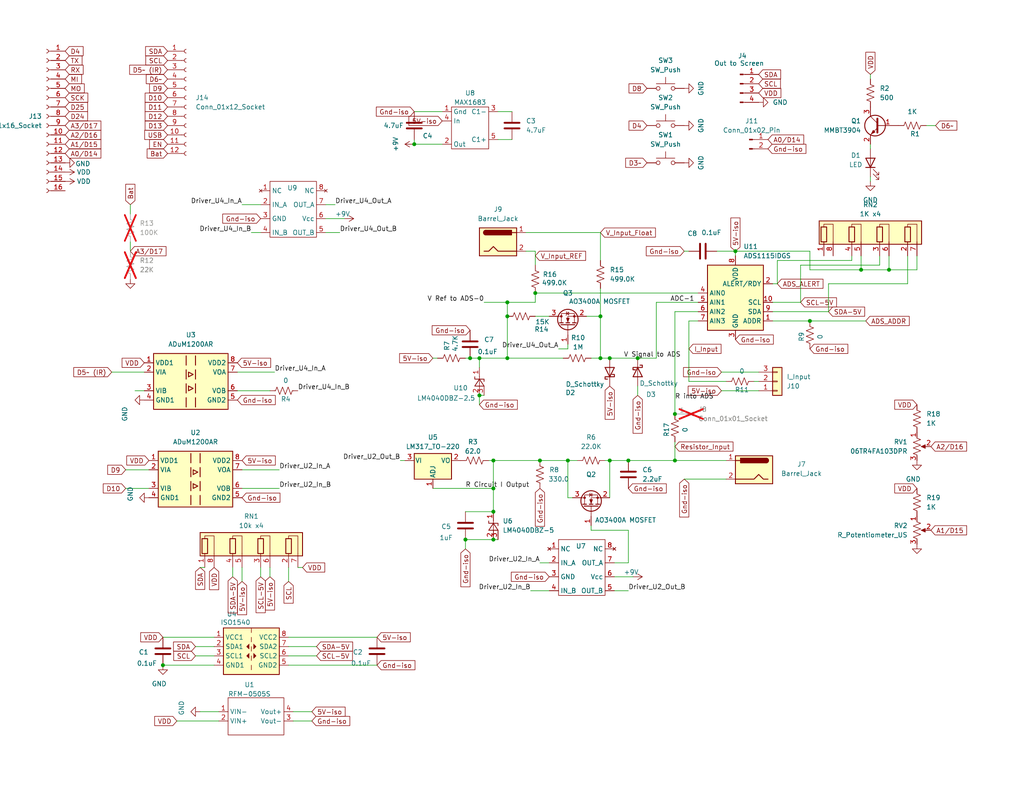
<source format=kicad_sch>
(kicad_sch (version 20250114) (generator "eeschema") (generator_version "9.0")
  (paper "USLetter")
  (title_block (title "Arduino Uno DMM Shield") (date "2025-02-22") (rev "1A") (company "Nick Mann"))
  (junction (at 163.83 97.79))
  (junction (at 127 147.32))
  (junction (at 130.81 107.95))
  (junction (at 173.99 97.79))
  (junction (at 147.32 125.73))
  (junction (at 134.62 139.7))
  (junction (at 130.81 97.79))
  (junction (at 134.62 147.32))
  (junction (at 134.62 133.35))
  (junction (at 220.98 87.63))
  (junction (at 184.15 125.73))
  (junction (at 242.57 73.66))
  (junction (at 234.95 73.66))
  (junction (at 128.27 97.79))
  (junction (at 154.94 125.73))
  (junction (at 138.43 86.36))
  (junction (at 134.62 125.73))
  (junction (at 200.66 68.58))
  (junction (at 44.45 181.61))
  (junction (at 138.43 82.55))
  (junction (at 163.83 86.36))
  (junction (at 166.37 125.73))
  (junction (at 171.45 125.73))
  (junction (at 184.15 113.03))
  (junction (at 166.37 97.79))
  (junction (at 113.03 39.37))
  (junction (at 138.43 97.79))
  (junction (at 146.05 80.01))
  (wire (pts (xy 210.82 85.09) (xy 226.06 85.09)))
  (wire (pts (xy 53.34 179.07) (xy 58.42 179.07)))
  (wire (pts (xy 81.28 154.94) (xy 82.55 154.94)))
  (wire (pts (xy 237.49 48.26) (xy 237.49 49.53)))
  (wire (pts (xy 237.49 20.32) (xy 237.49 21.59)))
  (wire (pts (xy 78.74 181.61) (xy 102.87 181.61)))
  (wire (pts (xy 44.45 181.61) (xy 58.42 181.61)))
  (wire (pts (xy 163.83 63.5) (xy 143.51 63.5)))
  (wire (pts (xy 220.98 68.58) (xy 220.98 73.66)))
  (wire (pts (xy 34.29 133.35) (xy 40.64 133.35)))
  (wire (pts (xy 35.56 55.88) (xy 35.56 58.42)))
  (wire (pts (xy 92.71 63.5) (xy 88.9 63.5)))
  (wire (pts (xy 146.05 68.58) (xy 143.51 68.58)))
  (wire (pts (xy 237.49 40.64) (xy 237.49 39.37)))
  (wire (pts (xy 63.5 157.48) (xy 63.5 154.94)))
  (wire (pts (xy 73.66 154.94) (xy 73.66 157.48)))
  (wire (pts (xy 226.06 77.47) (xy 247.65 77.47)))
  (wire (pts (xy 171.45 125.73) (xy 184.15 125.73)))
  (wire (pts (xy 138.43 86.36) (xy 138.43 97.79)))
  (wire (pts (xy 73.66 106.68) (xy 64.77 106.68)))
  (wire (pts (xy 127 97.79) (xy 128.27 97.79)))
  (wire (pts (xy 130.81 107.95) (xy 132.08 107.95)))
  (wire (pts (xy 161.29 144.78) (xy 161.29 143.51)))
  (wire (pts (xy 198.12 104.14) (xy 187.96 104.14)))
  (wire (pts (xy 113.03 30.48) (xy 120.65 30.48)))
  (wire (pts (xy 212.09 77.47) (xy 210.82 77.47)))
  (wire (pts (xy 118.11 133.35) (xy 134.62 133.35)))
  (wire (pts (xy 163.83 97.79) (xy 166.37 97.79)))
  (wire (pts (xy 240.03 69.85) (xy 240.03 72.39)))
  (wire (pts (xy 130.81 110.49) (xy 130.81 107.95)))
  (wire (pts (xy 161.29 97.79) (xy 163.83 97.79)))
  (wire (pts (xy 173.99 97.79) (xy 179.07 97.79)))
  (wire (pts (xy 68.58 63.5) (xy 71.12 63.5)))
  (wire (pts (xy 78.74 179.07) (xy 86.36 179.07)))
  (wire (pts (xy 54.61 194.31) (xy 59.69 194.31)))
  (wire (pts (xy 36.83 106.68) (xy 39.37 106.68)))
  (wire (pts (xy 247.65 69.85) (xy 247.65 77.47)))
  (wire (pts (xy 242.57 73.66) (xy 242.57 69.85)))
  (wire (pts (xy 30.48 101.6) (xy 39.37 101.6)))
  (wire (pts (xy 187.96 87.63) (xy 187.96 104.14)))
  (wire (pts (xy 184.15 85.09) (xy 190.5 85.09)))
  (wire (pts (xy 163.83 86.36) (xy 163.83 97.79)))
  (wire (pts (xy 134.62 133.35) (xy 134.62 139.7)))
  (wire (pts (xy 132.08 82.55) (xy 138.43 82.55)))
  (wire (pts (xy 80.01 194.31) (xy 85.09 194.31)))
  (wire (pts (xy 200.66 68.58) (xy 200.66 69.85)))
  (wire (pts (xy 138.43 97.79) (xy 153.67 97.79)))
  (wire (pts (xy 130.81 100.33) (xy 130.81 97.79)))
  (wire (pts (xy 113.03 38.1) (xy 113.03 39.37)))
  (wire (pts (xy 138.43 82.55) (xy 138.43 86.36)))
  (wire (pts (xy 184.15 120.65) (xy 184.15 125.73)))
  (wire (pts (xy 144.78 161.29) (xy 149.86 161.29)))
  (wire (pts (xy 173.99 105.41) (xy 173.99 107.95)))
  (wire (pts (xy 109.22 125.73) (xy 110.49 125.73)))
  (wire (pts (xy 146.05 80.01) (xy 190.5 80.01)))
  (wire (pts (xy 250.19 69.85) (xy 250.19 73.66)))
  (wire (pts (xy 184.15 85.09) (xy 184.15 113.03)))
  (wire (pts (xy 200.66 68.58) (xy 195.58 68.58)))
  (wire (pts (xy 78.74 173.99) (xy 102.87 173.99)))
  (wire (pts (xy 147.32 153.67) (xy 149.86 153.67)))
  (wire (pts (xy 88.9 55.88) (xy 91.44 55.88)))
  (wire (pts (xy 186.69 130.81) (xy 198.12 130.81)))
  (wire (pts (xy 242.57 73.66) (xy 250.19 73.66)))
  (wire (pts (xy 166.37 125.73) (xy 171.45 125.73)))
  (wire (pts (xy 154.94 125.73) (xy 154.94 135.89)))
  (wire (pts (xy 154.94 95.25) (xy 154.94 93.98)))
  (wire (pts (xy 146.05 86.36) (xy 149.86 86.36)))
  (wire (pts (xy 135.89 30.48) (xy 139.7 30.48)))
  (wire (pts (xy 252.73 34.29) (xy 255.27 34.29)))
  (wire (pts (xy 113.03 39.37) (xy 120.65 39.37)))
  (wire (pts (xy 135.89 38.1) (xy 139.7 38.1)))
  (wire (pts (xy 127 139.7) (xy 134.62 139.7)))
  (wire (pts (xy 207.01 104.14) (xy 205.74 104.14)))
  (wire (pts (xy 78.74 154.94) (xy 78.74 158.75)))
  (wire (pts (xy 119.38 97.79) (xy 118.11 97.79)))
  (wire (pts (xy 187.96 68.58) (xy 186.69 68.58)))
  (wire (pts (xy 35.56 66.04) (xy 35.56 68.58)))
  (wire (pts (xy 187.96 87.63) (xy 190.5 87.63)))
  (wire (pts (xy 130.81 97.79) (xy 128.27 97.79)))
  (wire (pts (xy 154.94 125.73) (xy 147.32 125.73)))
  (wire (pts (xy 80.01 196.85) (xy 85.09 196.85)))
  (wire (pts (xy 212.09 71.12) (xy 232.41 71.12)))
  (wire (pts (xy 154.94 125.73) (xy 157.48 125.73)))
  (wire (pts (xy 207.01 106.68) (xy 196.85 106.68)))
  (wire (pts (xy 179.07 82.55) (xy 179.07 97.79)))
  (wire (pts (xy 66.04 55.88) (xy 71.12 55.88)))
  (wire (pts (xy 134.62 125.73) (xy 147.32 125.73)))
  (wire (pts (xy 66.04 154.94) (xy 66.04 158.75)))
  (wire (pts (xy 138.43 82.55) (xy 146.05 82.55)))
  (wire (pts (xy 218.44 72.39) (xy 240.03 72.39)))
  (wire (pts (xy 76.2 128.27) (xy 66.04 128.27)))
  (wire (pts (xy 163.83 63.5) (xy 163.83 71.12)))
  (wire (pts (xy 160.02 86.36) (xy 163.83 86.36)))
  (wire (pts (xy 210.82 87.63) (xy 220.98 87.63)))
  (wire (pts (xy 165.1 125.73) (xy 166.37 125.73)))
  (wire (pts (xy 146.05 80.01) (xy 146.05 82.55)))
  (wire (pts (xy 220.98 73.66) (xy 234.95 73.66)))
  (wire (pts (xy 226.06 77.47) (xy 226.06 85.09)))
  (wire (pts (xy 220.98 87.63) (xy 236.22 87.63)))
  (wire (pts (xy 161.29 144.78) (xy 171.45 144.78)))
  (wire (pts (xy 71.12 157.48) (xy 71.12 154.94)))
  (wire (pts (xy 48.26 196.85) (xy 59.69 196.85)))
  (wire (pts (xy 207.01 101.6) (xy 196.85 101.6)))
  (wire (pts (xy 127 147.32) (xy 134.62 147.32)))
  (wire (pts (xy 54.61 154.94) (xy 55.88 154.94)))
  (wire (pts (xy 212.09 71.12) (xy 212.09 77.47)))
  (wire (pts (xy 234.95 69.85) (xy 234.95 73.66)))
  (wire (pts (xy 171.45 144.78) (xy 171.45 153.67)))
  (wire (pts (xy 34.29 128.27) (xy 40.64 128.27)))
  (wire (pts (xy 154.94 135.89) (xy 156.21 135.89)))
  (wire (pts (xy 44.45 173.99) (xy 58.42 173.99)))
  (wire (pts (xy 166.37 97.79) (xy 173.99 97.79)))
  (wire (pts (xy 166.37 125.73) (xy 166.37 135.89)))
  (wire (pts (xy 179.07 82.55) (xy 190.5 82.55)))
  (wire (pts (xy 146.05 68.58) (xy 146.05 72.39)))
  (wire (pts (xy 74.93 101.6) (xy 64.77 101.6)))
  (wire (pts (xy 134.62 133.35) (xy 134.62 125.73)))
  (wire (pts (xy 171.45 161.29) (xy 167.64 161.29)))
  (wire (pts (xy 172.72 157.48) (xy 167.64 157.48)))
  (wire (pts (xy 171.45 153.67) (xy 167.64 153.67)))
  (wire (pts (xy 200.66 68.58) (xy 220.98 68.58)))
  (wire (pts (xy 218.44 72.39) (xy 218.44 82.55)))
  (wire (pts (xy 232.41 71.12) (xy 232.41 69.85)))
  (wire (pts (xy 53.34 176.53) (xy 58.42 176.53)))
  (wire (pts (xy 163.83 78.74) (xy 163.83 86.36)))
  (wire (pts (xy 184.15 125.73) (xy 198.12 125.73)))
  (wire (pts (xy 130.81 97.79) (xy 138.43 97.79)))
  (wire (pts (xy 76.2 133.35) (xy 66.04 133.35)))
  (wire (pts (xy 93.98 59.69) (xy 88.9 59.69)))
  (wire (pts (xy 134.62 147.32) (xy 135.89 147.32)))
  (wire (pts (xy 210.82 82.55) (xy 218.44 82.55)))
  (wire (pts (xy 127 149.86) (xy 127 147.32)))
  (wire (pts (xy 234.95 73.66) (xy 242.57 73.66)))
  (wire (pts (xy 78.74 176.53) (xy 86.36 176.53)))
  (wire (pts (xy 152.4 95.25) (xy 154.94 95.25)))
  (wire (pts (xy 134.62 125.73) (xy 133.35 125.73)))
  (label "R Circuit I Output" (at 127 133.35 0))
  (label "Driver_U4_Out_A" (at 91.44 55.88 0))
  (label "Driver_U2_Out_B" (at 109.22 125.73 180))
  (label "Driver_U2_In_A" (at 147.32 153.67 180))
  (label "V Ref to ADS-0" (at 132.08 82.55 180))
  (label "Driver_U4_In_B" (at 81.28 106.68 0))
  (label "Driver_U4_Out_B" (at 92.71 63.5 0))
  (label "V Signal to ADS" (at 170.18 97.79 0))
  (label "R into ADS" (at 184.15 109.22 0))
  (label "Driver_U2_Out_B" (at 171.45 161.29 0))
  (label "Driver_U4_In_A" (at 66.04 55.88 180))
  (label "Driver_U2_In_B" (at 144.78 161.29 180))
  (label "ADC-1" (at 182.88 82.55 0))
  (label "Driver_U4_In_A" (at 74.93 101.6 0))
  (label "Driver_U4_In_B" (at 68.58 63.5 180))
  (label "Driver_U2_In_B" (at 76.2 133.35 0))
  (label "Driver_U4_Out_A" (at 152.4 95.25 180))
  (label "Driver_U2_In_A" (at 76.2 128.27 0))
  (global_label "5V-iso" (shape input) (at 166.37 105.41 270) (property "Intersheetrefs" "${INTERSHEET_REFS}" (effects (hide yes))))
  (global_label "SDA-5V" (shape input) (at 63.5 157.48 270) (property "Intersheetrefs" "${INTERSHEET_REFS}" (effects (hide yes))))
  (global_label "I_Input" (shape input) (at 187.96 95.25 0) (property "Intersheetrefs" "${INTERSHEET_REFS}" (effects (hide yes))))
  (global_label "Gnd-iso" (shape input) (at 186.69 68.58 180) (property "Intersheetrefs" "${INTERSHEET_REFS}" (effects (hide yes))))
  (global_label "MI" (shape input) (at 17.78 21.59 0) (property "Intersheetrefs" "${INTERSHEET_REFS}" (effects (hide yes))))
  (global_label "VDD" (shape input) (at 207.01 25.4 0) (property "Intersheetrefs" "${INTERSHEET_REFS}" (effects (hide yes))))
  (global_label "MO" (shape input) (at 17.78 24.13 0) (property "Intersheetrefs" "${INTERSHEET_REFS}" (effects (hide yes))))
  (global_label "Bat" (shape input) (at 45.72 41.91 180) (property "Intersheetrefs" "${INTERSHEET_REFS}" (effects (hide yes))))
  (global_label "5V-iso" (shape input) (at 66.04 158.75 270) (property "Intersheetrefs" "${INTERSHEET_REFS}" (effects (hide yes))))
  (global_label "SCL" (shape input) (at 45.72 16.51 180) (property "Intersheetrefs" "${INTERSHEET_REFS}" (effects (hide yes))))
  (global_label "Gnd-iso" (shape input) (at 149.86 157.48 180) (property "Intersheetrefs" "${INTERSHEET_REFS}" (effects (hide yes))))
  (global_label "ADS_ALERT" (shape input) (at 212.09 77.47 0) (property "Intersheetrefs" "${INTERSHEET_REFS}" (effects (hide yes))))
  (global_label "Gnd-iso" (shape input) (at 171.45 133.35 0) (property "Intersheetrefs" "${INTERSHEET_REFS}" (effects (hide yes))))
  (global_label "Gnd-iso" (shape input) (at 220.98 95.25 0) (property "Intersheetrefs" "${INTERSHEET_REFS}" (effects (hide yes))))
  (global_label "VDD" (shape input) (at 250.19 133.35 180) (property "Intersheetrefs" "${INTERSHEET_REFS}" (effects (hide yes))))
  (global_label "D4" (shape input) (at 17.78 13.97 0) (property "Intersheetrefs" "${INTERSHEET_REFS}" (effects (hide yes))))
  (global_label "VDD" (shape input) (at 58.42 154.94 270) (property "Intersheetrefs" "${INTERSHEET_REFS}" (effects (hide yes))))
  (global_label "A1{slash}D15" (shape input) (at 17.78 39.37 0) (property "Intersheetrefs" "${INTERSHEET_REFS}" (effects (hide yes))))
  (global_label "RX" (shape input) (at 17.78 19.05 0) (property "Intersheetrefs" "${INTERSHEET_REFS}" (effects (hide yes))))
  (global_label "SCL" (shape input) (at 207.01 22.86 0) (property "Intersheetrefs" "${INTERSHEET_REFS}" (effects (hide yes))))
  (global_label "A2{slash}D16" (shape input) (at 17.78 36.83 0) (property "Intersheetrefs" "${INTERSHEET_REFS}" (effects (hide yes))))
  (global_label "A0{slash}D14" (shape input) (at 17.78 41.91 0) (property "Intersheetrefs" "${INTERSHEET_REFS}" (effects (hide yes))))
  (global_label "Gnd-iso" (shape input) (at 102.87 181.61 0) (property "Intersheetrefs" "${INTERSHEET_REFS}" (effects (hide yes))))
  (global_label "D9" (shape input) (at 45.72 24.13 180) (property "Intersheetrefs" "${INTERSHEET_REFS}" (effects (hide yes))))
  (global_label "Gnd-iso" (shape input) (at 71.12 59.69 180) (property "Intersheetrefs" "${INTERSHEET_REFS}" (effects (hide yes))))
  (global_label "D6~" (shape input) (at 255.27 34.29 0) (property "Intersheetrefs" "${INTERSHEET_REFS}" (effects (hide yes))))
  (global_label "D9" (shape input) (at 34.29 128.27 180) (property "Intersheetrefs" "${INTERSHEET_REFS}" (effects (hide yes))))
  (global_label "VDD" (shape input) (at 39.37 99.06 180) (property "Intersheetrefs" "${INTERSHEET_REFS}" (effects (hide yes))))
  (global_label "VDD" (shape input) (at 40.64 125.73 180) (property "Intersheetrefs" "${INTERSHEET_REFS}" (effects (hide yes))))
  (global_label "A3{slash}D17" (shape input) (at 17.78 34.29 0) (property "Intersheetrefs" "${INTERSHEET_REFS}" (effects (hide yes))))
  (global_label "SCL" (shape input) (at 53.34 179.07 180) (property "Intersheetrefs" "${INTERSHEET_REFS}" (effects (hide yes))))
  (global_label "SCK" (shape input) (at 17.78 26.67 0) (property "Intersheetrefs" "${INTERSHEET_REFS}" (effects (hide yes))))
  (global_label "5V-iso" (shape input) (at 200.66 68.58 90) (property "Intersheetrefs" "${INTERSHEET_REFS}" (effects (hide yes))))
  (global_label "SCL" (shape input) (at 78.74 158.75 270) (property "Intersheetrefs" "${INTERSHEET_REFS}" (effects (hide yes))))
  (global_label "D13" (shape input) (at 45.72 34.29 180) (property "Intersheetrefs" "${INTERSHEET_REFS}" (effects (hide yes))))
  (global_label "D5~ (IR)" (shape input) (at 45.72 19.05 180) (property "Intersheetrefs" "${INTERSHEET_REFS}" (effects (hide yes))))
  (global_label "Resistor_Input" (shape input) (at 184.15 121.92 0) (property "Intersheetrefs" "${INTERSHEET_REFS}" (effects (hide yes))))
  (global_label "V_Input_Float" (shape input) (at 163.83 63.5 0) (property "Intersheetrefs" "${INTERSHEET_REFS}" (effects (hide yes))))
  (global_label "Gnd-iso" (shape input) (at 113.03 30.48 180) (property "Intersheetrefs" "${INTERSHEET_REFS}" (effects (hide yes))))
  (global_label "SDA" (shape input) (at 207.01 20.32 0) (property "Intersheetrefs" "${INTERSHEET_REFS}" (effects (hide yes))))
  (global_label "D24" (shape input) (at 17.78 31.75 0) (property "Intersheetrefs" "${INTERSHEET_REFS}" (effects (hide yes))))
  (global_label "5V-iso" (shape input) (at 102.87 173.99 0) (property "Intersheetrefs" "${INTERSHEET_REFS}" (effects (hide yes))))
  (global_label "A3{slash}D17" (shape input) (at 35.56 68.58 0) (property "Intersheetrefs" "${INTERSHEET_REFS}" (effects (hide yes))))
  (global_label "D3~" (shape input) (at 176.53 44.45 180) (property "Intersheetrefs" "${INTERSHEET_REFS}" (effects (hide yes))))
  (global_label "Gnd-iso" (shape input) (at 85.09 196.85 0) (property "Intersheetrefs" "${INTERSHEET_REFS}" (effects (hide yes))))
  (global_label "VDD" (shape input) (at 237.49 20.32 90) (property "Intersheetrefs" "${INTERSHEET_REFS}" (effects (hide yes))))
  (global_label "Gnd-iso" (shape input) (at 173.99 107.95 270) (property "Intersheetrefs" "${INTERSHEET_REFS}" (effects (hide yes))))
  (global_label "Gnd-iso" (shape input) (at 130.81 110.49 0) (property "Intersheetrefs" "${INTERSHEET_REFS}" (effects (hide yes))))
  (global_label "SDA-5V" (shape input) (at 86.36 176.53 0) (property "Intersheetrefs" "${INTERSHEET_REFS}" (effects (hide yes))))
  (global_label "5V-iso" (shape input) (at 196.85 106.68 180) (property "Intersheetrefs" "${INTERSHEET_REFS}" (effects (hide yes))))
  (global_label "A2{slash}D16" (shape input) (at 254 121.92 0) (property "Intersheetrefs" "${INTERSHEET_REFS}" (effects (hide yes))))
  (global_label "D5~ (IR)" (shape input) (at 30.48 101.6 180) (property "Intersheetrefs" "${INTERSHEET_REFS}" (effects (hide yes))))
  (global_label "V_Input_REF" (shape input) (at 146.05 69.85 0) (property "Intersheetrefs" "${INTERSHEET_REFS}" (effects (hide yes))))
  (global_label "Gnd-iso" (shape input) (at 64.77 109.22 0) (property "Intersheetrefs" "${INTERSHEET_REFS}" (effects (hide yes))))
  (global_label "VDD" (shape input) (at 44.45 173.99 180) (property "Intersheetrefs" "${INTERSHEET_REFS}" (effects (hide yes))))
  (global_label "SDA" (shape input) (at 45.72 13.97 180) (property "Intersheetrefs" "${INTERSHEET_REFS}" (effects (hide yes))))
  (global_label "ADS_ADDR" (shape input) (at 236.22 87.63 0) (property "Intersheetrefs" "${INTERSHEET_REFS}" (effects (hide yes))))
  (global_label "SDA" (shape input) (at 54.61 154.94 270) (property "Intersheetrefs" "${INTERSHEET_REFS}" (effects (hide yes))))
  (global_label "VDD" (shape input) (at 250.19 110.49 180) (property "Intersheetrefs" "${INTERSHEET_REFS}" (effects (hide yes))))
  (global_label "D8" (shape input) (at 176.53 24.13 180) (property "Intersheetrefs" "${INTERSHEET_REFS}" (effects (hide yes))))
  (global_label "VDD" (shape input) (at 48.26 196.85 180) (property "Intersheetrefs" "${INTERSHEET_REFS}" (effects (hide yes))))
  (global_label "5V-iso" (shape input) (at 118.11 97.79 180) (property "Intersheetrefs" "${INTERSHEET_REFS}" (effects (hide yes))))
  (global_label "Gnd-iso" (shape input) (at 128.27 90.17 180) (property "Intersheetrefs" "${INTERSHEET_REFS}" (effects (hide yes))))
  (global_label "USB" (shape input) (at 45.72 36.83 180) (property "Intersheetrefs" "${INTERSHEET_REFS}" (effects (hide yes))))
  (global_label "D10" (shape input) (at 34.29 133.35 180) (property "Intersheetrefs" "${INTERSHEET_REFS}" (effects (hide yes))))
  (global_label "A0{slash}D14" (shape input) (at 209.55 38.1 0) (property "Intersheetrefs" "${INTERSHEET_REFS}" (effects (hide yes))))
  (global_label "TX" (shape input) (at 17.78 16.51 0) (property "Intersheetrefs" "${INTERSHEET_REFS}" (effects (hide yes))))
  (global_label "D4" (shape input) (at 176.53 34.29 180) (property "Intersheetrefs" "${INTERSHEET_REFS}" (effects (hide yes))))
  (global_label "5V-iso" (shape input) (at 66.04 125.73 0) (property "Intersheetrefs" "${INTERSHEET_REFS}" (effects (hide yes))))
  (global_label "SCL-5V" (shape input) (at 86.36 179.07 0) (property "Intersheetrefs" "${INTERSHEET_REFS}" (effects (hide yes))))
  (global_label "Gnd-iso" (shape input) (at 200.66 92.71 0) (property "Intersheetrefs" "${INTERSHEET_REFS}" (effects (hide yes))))
  (global_label "D6~" (shape input) (at 45.72 21.59 180) (property "Intersheetrefs" "${INTERSHEET_REFS}" (effects (hide yes))))
  (global_label "Gnd-iso" (shape input) (at 147.32 133.35 270) (property "Intersheetrefs" "${INTERSHEET_REFS}" (effects (hide yes))))
  (global_label "D11" (shape input) (at 45.72 29.21 180) (property "Intersheetrefs" "${INTERSHEET_REFS}" (effects (hide yes))))
  (global_label "VDD" (shape input) (at 82.55 154.94 0) (property "Intersheetrefs" "${INTERSHEET_REFS}" (effects (hide yes))))
  (global_label "Gnd-iso" (shape input) (at 66.04 135.89 0) (property "Intersheetrefs" "${INTERSHEET_REFS}" (effects (hide yes))))
  (global_label "D25" (shape input) (at 17.78 29.21 0) (property "Intersheetrefs" "${INTERSHEET_REFS}" (effects (hide yes))))
  (global_label "5V-iso" (shape input) (at 73.66 157.48 270) (property "Intersheetrefs" "${INTERSHEET_REFS}" (effects (hide yes))))
  (global_label "Gnd-iso" (shape input) (at 209.55 40.64 0) (property "Intersheetrefs" "${INTERSHEET_REFS}" (effects (hide yes))))
  (global_label "EN" (shape input) (at 45.72 39.37 180) (property "Intersheetrefs" "${INTERSHEET_REFS}" (effects (hide yes))))
  (global_label "D12" (shape input) (at 45.72 31.75 180) (property "Intersheetrefs" "${INTERSHEET_REFS}" (effects (hide yes))))
  (global_label "SCL-5V" (shape input) (at 71.12 157.48 270) (property "Intersheetrefs" "${INTERSHEET_REFS}" (effects (hide yes))))
  (global_label "Gnd-iso" (shape input) (at 196.85 101.6 180) (property "Intersheetrefs" "${INTERSHEET_REFS}" (effects (hide yes))))
  (global_label "5V-iso" (shape input) (at 120.65 33.02 180) (property "Intersheetrefs" "${INTERSHEET_REFS}" (effects (hide yes))))
  (global_label "SCL-5V" (shape input) (at 218.44 82.55 0) (property "Intersheetrefs" "${INTERSHEET_REFS}" (effects (hide yes))))
  (global_label "Bat" (shape input) (at 35.56 55.88 90) (property "Intersheetrefs" "${INTERSHEET_REFS}" (effects (hide yes))))
  (global_label "D10" (shape input) (at 45.72 26.67 180) (property "Intersheetrefs" "${INTERSHEET_REFS}" (effects (hide yes))))
  (global_label "SDA" (shape input) (at 53.34 176.53 180) (property "Intersheetrefs" "${INTERSHEET_REFS}" (effects (hide yes))))
  (global_label "A1{slash}D15" (shape input) (at 254 144.78 0) (property "Intersheetrefs" "${INTERSHEET_REFS}" (effects (hide yes))))
  (global_label "Gnd-iso" (shape input) (at 186.69 130.81 270) (property "Intersheetrefs" "${INTERSHEET_REFS}" (effects (hide yes))))
  (global_label "5V-iso" (shape input) (at 85.09 194.31 0) (property "Intersheetrefs" "${INTERSHEET_REFS}" (effects (hide yes))))
  (global_label "SDA-5V" (shape input) (at 226.06 85.09 0) (property "Intersheetrefs" "${INTERSHEET_REFS}" (effects (hide yes))))
  (global_label "Gnd-iso" (shape input) (at 127 149.86 270) (property "Intersheetrefs" "${INTERSHEET_REFS}" (effects (hide yes))))
  (global_label "5V-iso" (shape input) (at 64.77 99.06 0) (property "Intersheetrefs" "${INTERSHEET_REFS}" (effects (hide yes))))
  (symbol (lib_id "Device:C") (at 113.03 34.29 0) (unit 1)
    (property "Reference" "C4" (at 115.316 37.084 0) (effects (justify left)))
    (property "Value" "4.7uF" (at 104.648 34.29 0) (effects (justify left)))
    (property "Footprint" "Capacitor_SMD:C_0805_2012Metric_Pad1.18x1.45mm_HandSolder" (effects (hide yes)))
    (property "Description" "Unpolarized capacitor" (effects (hide yes)))
    (property "Function" "Charge Pump" (effects (hide yes)))
  )
  (symbol (lib_id "CustomAdded:RFM_0505") (at 60.96 189.23 0) (unit 1)
    (property "Reference" "U1" (at 68.072 186.944 0))
    (property "Value" "RFM-0505S" (at 68.072 189.484 0))
    (property "Footprint" "Converter_DCDC:Converter_DCDC_TRACO_TEA1-xxxx_THT" (effects (hide yes)))
  )
  (symbol (lib_id "power:+9V") (at 113.03 39.37 90) (unit 1)
    (property "Reference" "#PWR018" (effects (hide yes)))
    (property "Value" "+9V" (at 107.95 39.37 0))
    (property "Description" "Power symbol creates a global label with name \"+9V\"" (effects (hide yes)))
  )
  (symbol (lib_id "Device:R_Potentiometer_US") (at 250.19 144.78 0) (unit 1)
    (property "Reference" "RV2" (at 247.65 143.5099 0) (effects (justify right)))
    (property "Value" "R_Potentiometer_US" (at 247.65 146.0499 0) (effects (justify right)))
    (property "Footprint" "Potentiometer_SMD:Potentiometer_ACP_CA6-VSMD_Vertical" (effects (hide yes)))
    (property "Description" "Potentiometer, US symbol" (effects (hide yes)))
  )
  (symbol (lib_id "Transistor_FET:DMG2302U") (at 154.94 88.9 90) (unit 1)
    (property "Reference" "Q3" (at 154.94 80.01 90))
    (property "Value" "AO3400A MOSFET" (at 163.576 82.296 90))
    (property "Footprint" "Package_TO_SOT_SMD:SOT-23" (effects (hide yes)))
    (property "Datasheet" "http://www.diodes.com/assets/Datasheets/DMG2302U.pdf" (effects (hide yes)))
    (property "Description" "4.2A Id, 20V Vds, N-Channel MOSFET, SOT-23" (effects (hide yes)))
    (property "Function" "R Circuit Range Switch" (effects (hide yes)))
  )
  (symbol (lib_id "Transistor_FET:DMG2302U") (at 161.29 138.43 90) (unit 1)
    (property "Reference" "Q2" (at 161.29 129.54 90))
    (property "Value" "AO3400A MOSFET" (at 170.688 141.986 90))
    (property "Footprint" "Package_TO_SOT_SMD:SOT-23" (effects (hide yes)))
    (property "Datasheet" "http://www.diodes.com/assets/Datasheets/DMG2302U.pdf" (effects (hide yes)))
    (property "Description" "4.2A Id, 20V Vds, N-Channel MOSFET, SOT-23" (effects (hide yes)))
    (property "Function" "R Circuit Range Switch" (effects (hide yes)))
  )
  (symbol (lib_id "Device:R_US") (at 250.19 114.3 180) (unit 1)
    (property "Reference" "R18" (at 252.73 113.0299 0) (effects (justify right)))
    (property "Value" "1K" (at 252.73 115.5699 0) (effects (justify right)))
    (property "Footprint" "Resistor_SMD:R_0805_2012Metric_Pad1.20x1.40mm_HandSolder" (effects (hide yes)))
    (property "Description" "Resistor, US symbol" (effects (hide yes)))
    (property "Function" "R Circuit Divider" (effects (hide yes)))
  )
  (symbol (lib_id "Analog_ADC:ADS1115IDGS") (at 200.66 82.55 0) (unit 1)
    (property "Reference" "U11" (at 202.8541 67.31 0) (effects (justify left)))
    (property "Value" "ADS1115IDGS" (at 202.8541 69.85 0) (effects (justify left)))
    (property "Footprint" "Package_SO:TSSOP-10_3x3mm_P0.5mm" (effects (hide yes)))
    (property "Datasheet" "http://www.ti.com/lit/ds/symlink/ads1113.pdf" (effects (hide yes)))
    (property "Description" "Ultra-Small, Low-Power, I2C-Compatible, 860-SPS, 16-Bit ADCs With Internal Reference, Oscillator, and Programmable Comparator, VSSOP-10" (effects (hide yes)))
    (property "ValueTemp" "ADS1115IDGS" (effects (hide yes)))
  )
  (symbol (lib_id "Reference_Voltage:LM4040DBZ-5") (at 134.62 143.51 90) (unit 1)
    (property "Reference" "U6" (at 137.16 142.2399 90) (effects (justify right)))
    (property "Value" "LM4040DBZ-5" (at 137.16 144.7799 90) (effects (justify right)))
    (property "Footprint" "Package_TO_SOT_SMD:SOT-23" (effects (hide yes)))
    (property "Datasheet" "http://www.ti.com/lit/ds/symlink/lm4040-n.pdf" (effects (hide yes)))
    (property "Description" "5.000V Precision Micropower Shunt Voltage Reference, SOT-23" (effects (hide yes)))
    (property "Function" "R Circuit Reference" (effects (hide yes)))
  )
  (symbol (lib_id "Device:R_US") (at 163.83 74.93 0) (unit 1)
    (property "Reference" "R15" (at 166.37 73.6599 0) (effects (justify left)))
    (property "Value" "499.0K" (at 166.37 76.1999 0) (effects (justify left)))
    (property "Footprint" "Resistor_SMD:R_0805_2012Metric_Pad1.20x1.40mm_HandSolder" (effects (hide yes)))
    (property "Description" "Resistor, US symbol" (effects (hide yes)))
    (property "ValueTemp" "75K" (effects (hide yes)))
    (property "Function" "V Signal Divider" (effects (hide yes)))
  )
  (symbol (lib_id "Device:R_US") (at 123.19 97.79 90) (unit 1)
    (property "Reference" "R7" (at 121.92 95.758 0) (effects (justify left)))
    (property "Value" "4.7K" (at 124.206 96.012 0) (effects (justify left)))
    (property "Footprint" "Resistor_SMD:R_0805_2012Metric_Pad1.20x1.40mm_HandSolder" (effects (hide yes)))
    (property "Description" "Resistor, US symbol" (effects (hide yes)))
    (property "ValueTemp" "5K" (effects (hide yes)))
    (property "Function" "Current Limit" (effects (hide yes)))
  )
  (symbol (lib_id "Connector:Conn_01x04_Pin") (at 201.93 22.86 0) (unit 1)
    (property "Reference" "J4" (at 202.565 15.24 0))
    (property "Value" "Out to Screen" (at 201.676 17.272 0))
    (property "Footprint" "Connector_PinSocket_2.54mm:PinSocket_1x04_P2.54mm_Vertical" (effects (hide yes)))
    (property "Description" "Generic connector, single row, 01x04, script generated" (effects (hide yes)))
    (property "ValueTemp" "Out to Screen" (effects (hide yes)))
  )
  (symbol (lib_id "Device:D_Schottky") (at 173.99 101.6 270) (unit 1)
    (property "Reference" "D3" (at 176.276 107.696 90) (effects (justify left)))
    (property "Value" "D_Schottky" (at 174.498 104.648 90) (effects (justify left)))
    (property "Footprint" "Diode_SMD:D_SOD-123" (effects (hide yes)))
    (property "Description" "Schottky diode" (effects (hide yes)))
    (property "Function" "Overvoltage Proection" (effects (hide yes)))
  )
  (symbol (lib_id "Switch:SW_Push") (at 181.61 44.45 0) (unit 1)
    (property "Reference" "SW1" (at 181.61 36.83 0))
    (property "Value" "SW_Push" (at 181.61 39.37 0))
    (property "Footprint" "Button_Switch_SMD:SW_SPST_CK_RS282G05A3" (effects (hide yes)))
    (property "Description" "Push button switch, generic, two pins" (effects (hide yes)))
    (property "ValueTemp" "SW_Push" (effects (hide yes)))
  )
  (symbol (lib_id "power:GND") (at 54.61 194.31 270) (unit 1)
    (property "Reference" "#PWR016" (effects (hide yes)))
    (property "Value" "GND" (at 49.53 193.294 0))
    (property "Description" "Power symbol creates a global label with name \"GND\" , ground" (effects (hide yes)))
  )
  (symbol (lib_id "power:GND") (at 186.69 44.45 90) (unit 1)
    (property "Reference" "#PWR022" (effects (hide yes)))
    (property "Value" "GND" (at 191.262 44.45 0))
    (property "Description" "Power symbol creates a global label with name \"GND\" , ground" (effects (hide yes)))
  )
  (symbol (lib_id "Isolator:ADuM1200AR") (at 52.07 104.14 0) (unit 1)
    (property "Reference" "U3" (at 52.07 91.44 0))
    (property "Value" "ADuM1200AR" (at 52.07 93.98 0))
    (property "Footprint" "Package_SO:SOIC-8_3.9x4.9mm_P1.27mm" (effects (hide yes)))
    (property "Datasheet" "https://www.analog.com/media/en/technical-documentation/data-sheets/ADuM1200_1201.pdf" (effects (hide yes)))
    (property "Description" "Dual-channel digital isolator, Bidirectional communication, 3V/5V level translation, SOIC-8" (effects (hide yes)))
  )
  (symbol (lib_id "Device:R_Pack04_SIP") (at 237.49 64.77 0) (unit 1)
    (property "Reference" "RN2" (at 237.49 55.88 0))
    (property "Value" "1K x4" (at 237.49 58.42 0))
    (property "Footprint" "Library:RESCAXS127P508X320X70-8N" (effects (hide yes)))
    (property "Datasheet" "http://www.vishay.com/docs/31509/csc.pdf" (effects (hide yes)))
    (property "Description" "4 resistor network, parallel topology, SIP package" (effects (hide yes)))
  )
  (symbol (lib_id "power:GND") (at 17.78 44.45 90) (mirror x) (unit 1)
    (property "Reference" "#PWR030" (effects (hide yes)))
    (property "Value" "GND" (at 22.606 44.704 90))
    (property "Description" "Power symbol creates a global label with name \"GND\" , ground" (effects (hide yes)))
  )
  (symbol (lib_id "MIC4801:MAX1683") (at 121.92 35.56 0) (unit 1)
    (property "Reference" "U8" (at 128.27 25.4 0))
    (property "Value" "MAX1683" (at 128.27 27.94 0))
    (property "Footprint" "Package_TO_SOT_SMD:SOT-23-5_HandSoldering" (effects (hide yes)))
    (property "Datasheet" "https://www.analog.com/media/en/technical-documentation/data-sheets/MAX1682-MAX1683.pdf" (effects (hide yes)))
    (property "Description" "IC REG CHARGE PUMP 2VIN SOT23-5" (effects (hide yes)))
    (property "Function" "Voltage Doubler" (effects (hide yes)))
  )
  (symbol (lib_id "Device:R_US") (at 220.98 91.44 0) (unit 1)
    (property "Reference" "R9" (at 218.694 91.948 90))
    (property "Value" "0" (at 223.774 91.948 90))
    (property "Footprint" "Resistor_SMD:R_0805_2012Metric_Pad1.20x1.40mm_HandSolder" (effects (hide yes)))
    (property "Description" "Resistor, US symbol" (effects (hide yes)))
    (property "Function" "BJTCurrentLimit1" (effects (hide yes)))
  )
  (symbol (lib_id "power:GND") (at 207.01 27.94 90) (unit 1)
    (property "Reference" "#PWR023" (effects (hide yes)))
    (property "Value" "GND" (at 210.82 27.9399 90) (effects (justify right)))
    (property "Description" "Power symbol creates a global label with name \"GND\" , ground" (effects (hide yes)))
  )
  (symbol (lib_id "Connector:Barrel_Jack") (at 135.89 66.04 0) (unit 1)
    (property "Reference" "J9" (at 135.89 57.15 0))
    (property "Value" "Barrel_Jack" (at 135.89 59.69 0))
    (property "Footprint" "Connector_BarrelJack:BarrelJack_Horizontal" (effects (hide yes)))
    (property "Description" "DC Barrel Jack" (effects (hide yes)))
    (property "ValueTemp" "Barrel_Jack" (effects (hide yes)))
  )
  (symbol (lib_id "CustomLibrary:IX4426_") (at 152.4 146.05 0) (unit 1)
    (property "Reference" "U7" (at 158.496 149.098 0))
    (property "Value" "IX4426N" (effects (hide yes)))
    (property "Footprint" "Package_SO:SOIC-8_3.9x4.9mm_P1.27mm" (effects (hide yes)))
  )
  (symbol (lib_id "power:+5V") (at 17.78 49.53 270) (mirror x) (unit 1)
    (property "Reference" "#PWR01" (effects (hide yes)))
    (property "Value" "VDD" (at 22.86 49.53 90))
  )
  (symbol (lib_id "Isolator:ISO1540") (at 68.58 176.53 0) (unit 1)
    (property "Reference" "U4" (at 63.246 167.64 0))
    (property "Value" "ISO1540" (at 64.262 169.926 0))
    (property "Footprint" "Package_SO:SOIC-8_3.9x4.9mm_P1.27mm" (effects (hide yes)))
    (property "Datasheet" "http://www.ti.com/lit/ds/symlink/iso1541.pdf" (effects (hide yes)))
    (property "Description" "I2C Isolator, 2.5 kVrms, Bidirectional clock and data, SOIC-8" (effects (hide yes)))
  )
  (symbol (lib_id "Device:R_US") (at 147.32 129.54 180) (unit 1)
    (property "Reference" "R8" (at 149.86 128.2699 0) (effects (justify right)))
    (property "Value" "330.0" (at 149.606 130.81 0) (effects (justify right)))
    (property "Footprint" "Resistor_SMD:R_0805_2012Metric_Pad1.20x1.40mm_HandSolder" (effects (hide yes)))
    (property "Description" "Resistor, US symbol" (effects (hide yes)))
    (property "Function" "330 R Circuit I Bleeder" (effects (hide yes)))
  )
  (symbol (lib_id "Device:R_US") (at 250.19 137.16 180) (unit 1)
    (property "Reference" "R19" (at 252.73 135.8899 0) (effects (justify right)))
    (property "Value" "1K" (at 252.73 138.4299 0) (effects (justify right)))
    (property "Footprint" "Resistor_SMD:R_0805_2012Metric_Pad1.20x1.40mm_HandSolder" (effects (hide yes)))
    (property "Description" "Resistor, US symbol" (effects (hide yes)))
    (property "Function" "R Circuit Divider" (effects (hide yes)))
  )
  (symbol (lib_id "Device:R_US") (at 161.29 125.73 90) (unit 1)
    (property "Reference" "R6" (at 161.29 119.38 90))
    (property "Value" "22.0K" (at 161.29 121.92 90))
    (property "Footprint" "Resistor_SMD:R_0805_2012Metric_Pad1.20x1.40mm_HandSolder" (effects (hide yes)))
    (property "Description" "Resistor, US symbol" (effects (hide yes)))
    (property "Function" "R Circuit Divider" (effects (hide yes)))
  )
  (symbol (lib_id "Connector:Conn_01x12_Socket") (at 50.8 26.67 0) (unit 1)
    (property "Reference" "J14" (at 53.34 26.6699 0) (effects (justify left)))
    (property "Value" "Conn_01x12_Socket" (at 53.34 29.2099 0) (effects (justify left)))
    (property "Footprint" "Connector_PinHeader_2.54mm:PinHeader_1x12_P2.54mm_Vertical" (effects (hide yes)))
    (property "Description" "Generic connector, single row, 01x12, script generated" (effects (hide yes)))
  )
  (symbol (lib_id "power:GND") (at 186.69 34.29 90) (unit 1)
    (property "Reference" "#PWR021" (effects (hide yes)))
    (property "Value" "GND" (at 191.262 34.29 0))
    (property "Description" "Power symbol creates a global label with name \"GND\" , ground" (effects (hide yes)))
  )
  (symbol (lib_id "Connector:Barrel_Jack") (at 205.74 128.27 0) (mirror y) (unit 1)
    (property "Reference" "J7" (at 218.694 126.746 0))
    (property "Value" "Barrel_Jack" (at 218.694 129.286 0))
    (property "Footprint" "Connector_BarrelJack:BarrelJack_Horizontal" (effects (hide yes)))
    (property "Description" "DC Barrel Jack" (effects (hide yes)))
    (property "ValueTemp" "Barrel_Jack" (effects (hide yes)))
  )
  (symbol (lib_id "Reference_Voltage:LM4040DBZ-2.5") (at 130.81 104.14 90) (unit 1)
    (property "Reference" "U10" (at 123.698 105.918 90) (effects (justify right)))
    (property "Value" "LM4040DBZ-2.5" (at 113.792 108.712 90) (effects (justify right)))
    (property "Footprint" "Package_TO_SOT_SMD:SOT-23" (effects (hide yes)))
    (property "Datasheet" "http://www.ti.com/lit/ds/symlink/lm4040-n.pdf" (effects (hide yes)))
    (property "Description" "2.500V Precision Micropower Shunt Voltage Reference, SOT-23" (effects (hide yes)))
    (property "Function" "V Reference Control" (effects (hide yes)))
  )
  (symbol (lib_id "Device:C") (at 139.7 34.29 0) (unit 1)
    (property "Reference" "C3" (at 143.51 33.0199 0) (effects (justify left)))
    (property "Value" "4.7uF" (at 143.51 35.5599 0) (effects (justify left)))
    (property "Footprint" "Capacitor_SMD:C_0805_2012Metric_Pad1.18x1.45mm_HandSolder" (effects (hide yes)))
    (property "Description" "Unpolarized capacitor" (effects (hide yes)))
    (property "Function" "Charge Pump" (effects (hide yes)))
  )
  (symbol (lib_id "Device:R_US") (at 157.48 97.79 90) (unit 1)
    (property "Reference" "R10" (at 157.734 92.202 90))
    (property "Value" "1M" (at 157.734 94.742 90))
    (property "Footprint" "Resistor_SMD:R_0805_2012Metric_Pad1.20x1.40mm_HandSolder" (effects (hide yes)))
    (property "Description" "Resistor, US symbol" (effects (hide yes)))
    (property "Function" "V Bridge" (effects (hide yes)))
  )
  (symbol (lib_id "Transistor_BJT:MMBT3904") (at 240.03 34.29 0) (mirror y) (unit 1)
    (property "Reference" "Q1" (at 234.95 33.0199 0) (effects (justify left)))
    (property "Value" "MMBT3904" (at 234.95 35.5599 0) (effects (justify left)))
    (property "Footprint" "Package_TO_SOT_SMD:SOT-23" (effects (hide yes)))
    (property "Datasheet" "https://www.onsemi.com/pdf/datasheet/pzt3904-d.pdf" (effects (hide yes)))
    (property "Description" "0.2A Ic, 40V Vce, Small Signal NPN Transistor, SOT-23" (effects (hide yes)))
    (property "ValueTemp" "MMBT3904" (effects (hide yes)))
    (property "Function" "LED Control" (effects (hide yes)))
  )
  (symbol (lib_id "Isolator:ADuM1200AR") (at 53.34 130.81 0) (unit 1)
    (property "Reference" "U2" (at 53.34 118.11 0))
    (property "Value" "ADuM1200AR" (at 53.34 120.65 0))
    (property "Footprint" "Package_SO:SOIC-8_3.9x4.9mm_P1.27mm" (effects (hide yes)))
    (property "Datasheet" "https://www.analog.com/media/en/technical-documentation/data-sheets/ADuM1200_1201.pdf" (effects (hide yes)))
    (property "Description" "Dual-channel digital isolator, Bidirectional communication, 3V/5V level translation, SOIC-8" (effects (hide yes)))
  )
  (symbol (lib_id "Device:R_US") (at 129.54 125.73 90) (unit 1)
    (property "Reference" "R3" (at 129.032 120.65 90))
    (property "Value" "62.0" (at 129.032 123.19 90))
    (property "Footprint" "Resistor_SMD:R_0805_2012Metric_Pad1.20x1.40mm_HandSolder" (effects (hide yes)))
    (property "Description" "Resistor, US symbol" (effects (hide yes)))
    (property "Function" "R Circuit I Set" (effects (hide yes)))
  )
  (symbol (lib_id "Connector:Conn_01x01_Socket") (at 189.23 113.03 0) (unit 1) (dnp yes)
    (property "Reference" "J8" (at 190.5 111.7599 0) (effects (justify left)))
    (property "Value" "Conn_01x01_Socket" (at 190.5 114.2999 0) (effects (justify left)))
    (property "Footprint" "Connector_PinSocket_2.54mm:PinSocket_1x01_P2.54mm_Vertical" (effects (hide yes)))
    (property "Description" "Generic connector, single row, 01x01, script generated" (effects (hide yes)))
  )
  (symbol (lib_id "power:GND") (at 44.45 181.61 0) (unit 1)
    (property "Reference" "#PWR015" (effects (hide yes)))
    (property "Value" "GND" (at 43.434 186.69 0))
    (property "Description" "Power symbol creates a global label with name \"GND\" , ground" (effects (hide yes)))
  )
  (symbol (lib_id "Device:D_Schottky") (at 166.37 101.6 90) (unit 1)
    (property "Reference" "D2" (at 156.972 107.188 90) (effects (justify left)))
    (property "Value" "D_Schottky" (at 164.846 104.902 90) (effects (justify left)))
    (property "Footprint" "Diode_SMD:D_SOD-123" (effects (hide yes)))
    (property "Description" "Schottky diode" (effects (hide yes)))
    (property "Function" "Overvoltage Proection" (effects (hide yes)))
  )
  (symbol (lib_id "Device:R_US") (at 237.49 25.4 180) (unit 1)
    (property "Reference" "R2" (at 240.03 24.1299 0) (effects (justify right)))
    (property "Value" "500" (at 240.03 26.6699 0) (effects (justify right)))
    (property "Footprint" "Resistor_SMD:R_0805_2012Metric_Pad1.20x1.40mm_HandSolder" (effects (hide yes)))
    (property "Description" "Resistor, US symbol" (effects (hide yes)))
    (property "Function" "I Limit LED" (effects (hide yes)))
  )
  (symbol (lib_id "power:GND") (at 186.69 24.13 90) (unit 1)
    (property "Reference" "#PWR020" (effects (hide yes)))
    (property "Value" "GND" (at 191.262 24.13 0))
    (property "Description" "Power symbol creates a global label with name \"GND\" , ground" (effects (hide yes)))
  )
  (symbol (lib_id "Device:R_Pack04_SIP") (at 68.58 149.86 0) (unit 1)
    (property "Reference" "RN1" (at 68.58 140.97 0))
    (property "Value" "10k x4" (at 68.58 143.51 0))
    (property "Footprint" "Library:RESCAXS127P508X320X70-8N" (effects (hide yes)))
    (property "Datasheet" "http://www.vishay.com/docs/31509/csc.pdf" (effects (hide yes)))
    (property "Description" "4 resistor network, parallel topology, SIP package" (effects (hide yes)))
  )
  (symbol (lib_id "Connector_Generic:Conn_01x03") (at 212.09 104.14 0) (mirror x) (unit 1)
    (property "Reference" "J10" (at 214.63 105.4101 0) (effects (justify left)))
    (property "Value" "I_Input" (at 214.63 102.8701 0) (effects (justify left)))
    (property "Footprint" "Connector_PinSocket_2.54mm:PinSocket_1x03_P2.54mm_Vertical" (effects (hide yes)))
    (property "Description" "Generic connector, single row, 01x03, script generated (kicad-library-utils/schlib/autogen/connector/)" (effects (hide yes)))
    (property "ValueTemp" "I_Input" (effects (hide yes)))
  )
  (symbol (lib_id "power:+9V") (at 93.98 59.69 270) (unit 1)
    (property "Reference" "#PWR017" (effects (hide yes)))
    (property "Value" "+9V" (at 91.44 58.42 90) (effects (justify left)))
    (property "Description" "Power symbol creates a global label with name \"+9V\"" (effects (hide yes)))
  )
  (symbol (lib_id "Device:R_US") (at 35.56 72.39 180) (unit 1) (dnp yes)
    (property "Reference" "R12" (at 38.1 71.1199 0) (effects (justify right)))
    (property "Value" "22K" (at 38.1 73.6599 0) (effects (justify right)))
    (property "Footprint" "Resistor_SMD:R_0805_2012Metric_Pad1.20x1.40mm_HandSolder" (effects (hide yes)))
    (property "Description" "Resistor, US symbol" (effects (hide yes)))
    (property "Function" "Uno VIN2" (effects (hide yes)))
  )
  (symbol (lib_id "Connector:Conn_01x16_Socket") (at 12.7 31.75 0) (mirror y) (unit 1)
    (property "Reference" "J13" (at 11.43 31.7499 0) (effects (justify left)))
    (property "Value" "Conn_01x16_Socket" (at 11.43 34.2899 0) (effects (justify left)))
    (property "Footprint" "Connector_PinHeader_2.54mm:PinHeader_1x16_P2.54mm_Vertical" (effects (hide yes)))
    (property "Description" "Generic connector, single row, 01x16, script generated" (effects (hide yes)))
  )
  (symbol (lib_id "Device:C") (at 191.77 68.58 90) (unit 1)
    (property "Reference" "C8" (at 190.246 63.754 90) (effects (justify left)))
    (property "Value" "0.1uF" (at 196.85 63.5 90) (effects (justify left)))
    (property "Footprint" "Capacitor_SMD:C_0805_2012Metric_Pad1.18x1.45mm_HandSolder" (effects (hide yes)))
    (property "Description" "Unpolarized capacitor" (effects (hide yes)))
    (property "Function" "ADS Vdd Input Filter" (effects (hide yes)))
  )
  (symbol (lib_id "Device:R_US") (at 142.24 86.36 270) (unit 1)
    (property "Reference" "R14" (at 145.796 89.916 90) (effects (justify left)))
    (property "Value" "15K" (at 146.05 87.884 90) (effects (justify left)))
    (property "Footprint" "Resistor_SMD:R_0805_2012Metric_Pad1.20x1.40mm_HandSolder" (effects (hide yes)))
    (property "Description" "Resistor, US symbol" (effects (hide yes)))
    (property "Function" "V REF Divider" (effects (hide yes)))
  )
  (symbol (lib_id "Device:C") (at 128.27 93.98 0) (unit 1)
    (property "Reference" "C7" (at 132.08 92.7099 0) (effects (justify left)))
    (property "Value" "0.1uF" (at 130.302 96.012 0) (effects (justify left)))
    (property "Footprint" "Capacitor_SMD:C_0805_2012Metric_Pad1.18x1.45mm_HandSolder" (effects (hide yes)))
    (property "Description" "Unpolarized capacitor" (effects (hide yes)))
    (property "Function" "Voltage Ref Smoothing" (effects (hide yes)))
  )
  (symbol (lib_id "power:GND") (at 250.19 148.59 0) (unit 1)
    (property "Reference" "#PWR026" (effects (hide yes)))
    (property "Value" "GND" (effects (hide yes)))
    (property "Description" "Power symbol creates a global label with name \"GND\" , ground" (effects (hide yes)))
  )
  (symbol (lib_id "Switch:SW_Push") (at 181.61 24.13 0) (unit 1)
    (property "Reference" "SW3" (at 181.61 16.51 0))
    (property "Value" "SW_Push" (at 181.61 19.05 0))
    (property "Footprint" "Button_Switch_SMD:SW_SPST_CK_RS282G05A3" (effects (hide yes)))
    (property "Description" "Push button switch, generic, two pins" (effects (hide yes)))
    (property "ValueTemp" "SW_Push" (effects (hide yes)))
  )
  (symbol (lib_id "Device:R_US") (at 35.56 62.23 180) (unit 1) (dnp yes)
    (property "Reference" "R13" (at 38.1 60.9599 0) (effects (justify right)))
    (property "Value" "100K" (at 38.1 63.4999 0) (effects (justify right)))
    (property "Footprint" "Resistor_SMD:R_0805_2012Metric_Pad1.20x1.40mm_HandSolder" (effects (hide yes)))
    (property "Description" "Resistor, US symbol" (effects (hide yes)))
    (property "ValueTemp" "Uno VIN1" (effects (hide yes)))
  )
  (symbol (lib_id "Device:LED") (at 237.49 44.45 90) (unit 1)
    (property "Reference" "D1" (at 232.156 42.418 90) (effects (justify right)))
    (property "Value" "LED" (at 231.648 44.958 90) (effects (justify right)))
    (property "Footprint" "LED_SMD:LED_Luminus_MP-3030-1100_3.0x3.0mm" (effects (hide yes)))
    (property "Description" "Light emitting diode" (effects (hide yes)))
    (property "Function" "LED SMD Option" (effects (hide yes)))
  )
  (symbol (lib_id "Device:R_US") (at 77.47 106.68 90) (unit 1)
    (property "Reference" "R4" (at 77.978 108.966 90))
    (property "Value" "0" (at 77.978 103.886 90))
    (property "Footprint" "Resistor_SMD:R_0805_2012Metric_Pad1.20x1.40mm_HandSolder" (effects (hide yes)))
    (property "Description" "Resistor, US symbol" (effects (hide yes)))
    (property "Function" "BJTCurrentLimit1" (effects (hide yes)))
  )
  (symbol (lib_id "power:GND") (at 250.19 125.73 0) (unit 1)
    (property "Reference" "#PWR025" (effects (hide yes)))
    (property "Value" "GND" (at 249.174 130.81 0))
    (property "Description" "Power symbol creates a global label with name \"GND\" , ground" (effects (hide yes)))
  )
  (symbol (lib_id "Device:R_Potentiometer_US") (at 250.19 121.92 0) (unit 1)
    (property "Reference" "RV1" (at 247.65 120.6499 0) (effects (justify right)))
    (property "Value" "06TR4FA103DPR" (at 247.65 123.1899 0) (effects (justify right)))
    (property "Footprint" "Potentiometer_SMD:Potentiometer_ACP_CA6-VSMD_Vertical" (effects (hide yes)))
    (property "Description" "Potentiometer, US symbol" (effects (hide yes)))
  )
  (symbol (lib_id "Device:R_US") (at 146.05 76.2 0) (unit 1)
    (property "Reference" "R16" (at 148.082 74.93 0) (effects (justify left)))
    (property "Value" "499.0K" (at 147.828 77.216 0) (effects (justify left)))
    (property "Footprint" "Resistor_SMD:R_0805_2012Metric_Pad1.20x1.40mm_HandSolder" (effects (hide yes)))
    (property "Description" "Resistor, US symbol" (effects (hide yes)))
    (property "Function" "V REF Divider" (effects (hide yes)))
  )
  (symbol (lib_id "Device:C") (at 171.45 129.54 0) (unit 1)
    (property "Reference" "C6" (at 175.26 128.2699 0) (effects (justify left)))
    (property "Value" "2.2uF" (at 175.26 130.8099 0) (effects (justify left)))
    (property "Footprint" "Capacitor_SMD:C_0805_2012Metric_Pad1.18x1.45mm_HandSolder" (effects (hide yes)))
    (property "Description" "Unpolarized capacitor" (effects (hide yes)))
    (property "Function" "R ADS Input Filter" (effects (hide yes)))
  )
  (symbol (lib_id "Connector:Conn_01x02_Pin") (at 204.47 38.1 0) (unit 1)
    (property "Reference" "J11" (at 205.105 33.02 0))
    (property "Value" "Conn_01x02_Pin" (at 205.105 35.56 0))
    (property "Footprint" "Connector_PinSocket_2.54mm:PinSocket_1x02_P2.54mm_Vertical" (effects (hide yes)))
    (property "Description" "Generic connector, single row, 01x02, script generated" (effects (hide yes)))
  )
  (symbol (lib_id "power:GND") (at 35.56 76.2 0) (unit 1)
    (property "Reference" "#PWR07" (effects (hide yes)))
    (property "Value" "GND" (effects (hide yes)))
    (property "Description" "Power symbol creates a global label with name \"GND\" , ground" (effects (hide yes)))
  )
  (symbol (lib_id "Device:C") (at 127 143.51 0) (unit 1)
    (property "Reference" "C5" (at 120.396 143.764 0) (effects (justify left)))
    (property "Value" "1uF" (at 119.888 146.812 0) (effects (justify left)))
    (property "Footprint" "Capacitor_SMD:C_0805_2012Metric_Pad1.18x1.45mm_HandSolder" (effects (hide yes)))
    (property "Description" "Unpolarized capacitor" (effects (hide yes)))
    (property "ValueTemp" "2.2uF Unpolarized" (effects (hide yes)))
    (property "Function" "R Circuit Smoothing" (effects (hide yes)))
  )
  (symbol (lib_id "power:+5V") (at 17.78 46.99 270) (mirror x) (unit 1)
    (property "Reference" "#PWR029" (effects (hide yes)))
    (property "Value" "VDD" (at 22.86 46.99 90))
  )
  (symbol (lib_id "power:+9V") (at 172.72 157.48 270) (unit 1)
    (property "Reference" "#PWR019" (effects (hide yes)))
    (property "Value" "+9V" (at 170.18 156.21 90) (effects (justify left)))
    (property "Description" "Power symbol creates a global label with name \"+9V\"" (effects (hide yes)))
  )
  (symbol (lib_id "Regulator_Linear:LM317_TO-220") (at 118.11 125.73 0) (unit 1)
    (property "Reference" "U5" (at 118.11 119.38 0))
    (property "Value" "LM317_TO-220" (at 118.11 121.92 0))
    (property "Footprint" "Package_TO_SOT_SMD:SOT-223-3_TabPin2" (effects (hide yes)))
    (property "Datasheet" "http://www.ti.com/lit/ds/symlink/lm317.pdf" (effects (hide yes)))
    (property "Description" "1.5A 35V Adjustable Linear Regulator, TO-220" (effects (hide yes)))
    (property "ValueTemp" "LM317_TO-220" (effects (hide yes)))
  )
  (symbol (lib_id "Device:R_US") (at 184.15 116.84 0) (unit 1)
    (property "Reference" "R17" (at 181.864 117.348 90))
    (property "Value" "0" (at 186.944 117.348 90))
    (property "Footprint" "Resistor_SMD:R_0805_2012Metric_Pad1.20x1.40mm_HandSolder" (effects (hide yes)))
    (property "Description" "Resistor, US symbol" (effects (hide yes)))
    (property "Function" "BJTCurrentLimit1" (effects (hide yes)))
  )
  (symbol (lib_id "power:GND") (at 40.64 135.89 270) (unit 1)
    (property "Reference" "#PWR014" (effects (hide yes)))
    (property "Value" "GND" (at 35.56 134.874 0))
    (property "Description" "Power symbol creates a global label with name \"GND\" , ground" (effects (hide yes)))
  )
  (symbol (lib_id "Device:R_US") (at 248.92 34.29 270) (unit 1)
    (property "Reference" "R1" (at 249.682 36.576 90))
    (property "Value" "1K" (at 248.92 30.48 90))
    (property "Footprint" "Resistor_SMD:R_0805_2012Metric_Pad1.20x1.40mm_HandSolder" (effects (hide yes)))
    (property "Description" "Resistor, US symbol" (effects (hide yes)))
    (property "Function" "I limit for Q1" (effects (hide yes)))
  )
  (symbol (lib_id "CustomLibrary:IX4426_") (at 73.66 48.26 0) (unit 1)
    (property "Reference" "U9" (at 79.756 51.308 0))
    (property "Value" "IX4426N" (effects (hide yes)))
    (property "Footprint" "Package_SO:SOIC-8_3.9x4.9mm_P1.27mm" (effects (hide yes)))
  )
  (symbol (lib_id "Device:R_US") (at 201.93 104.14 90) (unit 1)
    (property "Reference" "R11" (at 202.438 106.426 90))
    (property "Value" "0" (at 202.438 101.346 90))
    (property "Footprint" "Resistor_SMD:R_0805_2012Metric_Pad1.20x1.40mm_HandSolder" (effects (hide yes)))
    (property "Description" "Resistor, US symbol" (effects (hide yes)))
    (property "Function" "BJTCurrentLimit1" (effects (hide yes)))
  )
  (symbol (lib_id "Device:C") (at 44.45 177.8 0) (unit 1)
    (property "Reference" "C1" (at 37.846 178.054 0) (effects (justify left)))
    (property "Value" "0.1uF" (at 37.338 181.102 0) (effects (justify left)))
    (property "Footprint" "Capacitor_SMD:C_0805_2012Metric_Pad1.18x1.45mm_HandSolder" (effects (hide yes)))
    (property "Description" "Unpolarized capacitor" (effects (hide yes)))
    (property "ValueTemp" "2.2uF Unpolarized" (effects (hide yes)))
    (property "Function" "R Circuit Smoothing" (effects (hide yes)))
  )
  (symbol (lib_id "power:GND") (at 39.37 109.22 270) (unit 1)
    (property "Reference" "#PWR013" (effects (hide yes)))
    (property "Value" "GND" (at 34.036 113.03 0))
    (property "Description" "Power symbol creates a global label with name \"GND\" , ground" (effects (hide yes)))
  )
  (symbol (lib_id "Switch:SW_Push") (at 181.61 34.29 0) (unit 1)
    (property "Reference" "SW2" (at 181.61 26.67 0))
    (property "Value" "SW_Push" (at 181.61 29.21 0))
    (property "Footprint" "Button_Switch_SMD:SW_SPST_CK_RS282G05A3" (effects (hide yes)))
    (property "Description" "Push button switch, generic, two pins" (effects (hide yes)))
    (property "ValueTemp" "SW_Push" (effects (hide yes)))
  )
  (symbol (lib_id "Device:C") (at 102.87 177.8 0) (unit 1)
    (property "Reference" "C2" (at 96.266 178.054 0) (effects (justify left)))
    (property "Value" "0.1uF" (at 95.758 181.102 0) (effects (justify left)))
    (property "Footprint" "Capacitor_SMD:C_0805_2012Metric_Pad1.18x1.45mm_HandSolder" (effects (hide yes)))
    (property "Description" "Unpolarized capacitor" (effects (hide yes)))
    (property "ValueTemp" "2.2uF Unpolarized" (effects (hide yes)))
    (property "Function" "R Circuit Smoothing" (effects (hide yes)))
  )
  (symbol (lib_id "power:GND") (at 237.49 49.53 0) (unit 1)
    (property "Reference" "#PWR024" (effects (hide yes)))
    (property "Value" "GND" (at 237.49 54.61 0))
    (property "Description" "Power symbol creates a global label with name \"GND\" , ground" (effects (hide yes)))
  )
)
</source>
